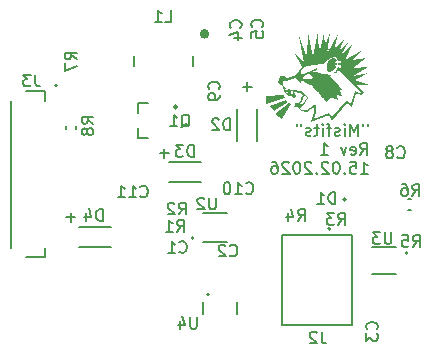
<source format=gbo>
%TF.GenerationSoftware,KiCad,Pcbnew,9.0.7*%
%TF.CreationDate,2026-02-16T08:00:12+01:00*%
%TF.ProjectId,misfits,6d697366-6974-4732-9e6b-696361645f70,1*%
%TF.SameCoordinates,Original*%
%TF.FileFunction,Legend,Bot*%
%TF.FilePolarity,Positive*%
%FSLAX46Y46*%
G04 Gerber Fmt 4.6, Leading zero omitted, Abs format (unit mm)*
G04 Created by KiCad (PCBNEW 9.0.7) date 2026-02-16 08:00:12*
%MOMM*%
%LPD*%
G01*
G04 APERTURE LIST*
%ADD10C,0.000000*%
%ADD11C,0.200000*%
%ADD12C,0.127000*%
%ADD13C,0.400000*%
%ADD14C,0.152400*%
G04 APERTURE END LIST*
D10*
G36*
X159604005Y-83951194D02*
G01*
X160011939Y-82091282D01*
X160081547Y-83222737D01*
X160544593Y-82086761D01*
X160275178Y-83896417D01*
X161178172Y-82199234D01*
X160836358Y-83500653D01*
X161832912Y-82477253D01*
X161209229Y-83802934D01*
X162135323Y-82765013D01*
X161466941Y-83968041D01*
X162457372Y-82956293D01*
X161834490Y-84334348D01*
X163130535Y-83607416D01*
X162508971Y-84401424D01*
X163585494Y-84202806D01*
X162451249Y-85045985D01*
X163781530Y-84958884D01*
X162466649Y-85731757D01*
X163704403Y-85505931D01*
X162652323Y-86057629D01*
X163811942Y-86461583D01*
X162720949Y-86522639D01*
X163400856Y-87114153D01*
X163222159Y-87357162D01*
X162723456Y-87158699D01*
X162416730Y-88356248D01*
X161968204Y-87989088D01*
X160679084Y-89506230D01*
X160407861Y-89040186D01*
X158934023Y-89637359D01*
X159186127Y-88742375D01*
X159159928Y-88353355D01*
X158919917Y-88566366D01*
X158545081Y-88748654D01*
X158045835Y-88711783D01*
X157781846Y-88382836D01*
X157506979Y-88321264D01*
X157543177Y-88166492D01*
X157608213Y-88166492D01*
X157815875Y-88210287D01*
X158298843Y-88027482D01*
X158612751Y-87553738D01*
X158406872Y-87334009D01*
X158239362Y-87632699D01*
X158165518Y-87898910D01*
X157798589Y-88182330D01*
X157608213Y-88166492D01*
X157543177Y-88166492D01*
X157586379Y-87981776D01*
X157806935Y-88022135D01*
X158081155Y-87788686D01*
X158073533Y-87585546D01*
X158249000Y-87307760D01*
X157970051Y-87130820D01*
X157516357Y-87073665D01*
X157510182Y-87111880D01*
X157687560Y-87437441D01*
X157437162Y-87578026D01*
X157146766Y-87297863D01*
X157014887Y-87437079D01*
X156625015Y-87103972D01*
X156518717Y-86613692D01*
X156143469Y-86333942D01*
X156147719Y-86312755D01*
X156530661Y-86312755D01*
X156562132Y-86477835D01*
X156710650Y-86656946D01*
X156842451Y-86794173D01*
X156733051Y-86761203D01*
X156801832Y-87062502D01*
X157062979Y-87305537D01*
X156908129Y-87021368D01*
X156924203Y-86916748D01*
X157182658Y-86916748D01*
X157251438Y-87218048D01*
X157512559Y-87461082D01*
X157357737Y-87176913D01*
X157388175Y-86978683D01*
X157182658Y-86916748D01*
X156924203Y-86916748D01*
X156935957Y-86840242D01*
X157416238Y-86925741D01*
X158061056Y-87009379D01*
X158434986Y-87253292D01*
X158658977Y-87602289D01*
X158420956Y-88038929D01*
X158020101Y-88448464D01*
X158179498Y-88575873D01*
X158551981Y-88589205D01*
X158845814Y-88434744D01*
X159145512Y-88210443D01*
X159318008Y-88224447D01*
X159368935Y-88773922D01*
X159199824Y-89409335D01*
X160464837Y-88866913D01*
X160701540Y-89227383D01*
X161967586Y-87786747D01*
X162342473Y-88090707D01*
X162627649Y-87006510D01*
X163204616Y-87218384D01*
X161727575Y-85629954D01*
X161217683Y-85255971D01*
X161132598Y-85470428D01*
X160649949Y-85512598D01*
X161035601Y-85361158D01*
X161115829Y-85154530D01*
X161115855Y-85154556D01*
X161194274Y-84952552D01*
X161445705Y-85012264D01*
X161494410Y-84789203D01*
X161198304Y-84774759D01*
X161200008Y-84640943D01*
X161494408Y-84647506D01*
X161448623Y-84443798D01*
X161191740Y-84486767D01*
X161129574Y-84249236D01*
X160965061Y-84131155D01*
X160635064Y-84195107D01*
X160190000Y-84450000D01*
X159961925Y-84710967D01*
X159066631Y-84776777D01*
X158367345Y-85000458D01*
X158111263Y-85291629D01*
X158044859Y-85515207D01*
X158141055Y-85597864D01*
X158178623Y-85611920D01*
X159406817Y-85082055D01*
X159468233Y-85202436D01*
X158958213Y-85416556D01*
X159624064Y-85352633D01*
X159435393Y-85503631D01*
X160662424Y-85673311D01*
X160475898Y-85733436D01*
X161138906Y-86326087D01*
X161582160Y-86931554D01*
X161362794Y-86945946D01*
X161549062Y-87399252D01*
X161134721Y-87350780D01*
X161171358Y-87771632D01*
X160606071Y-87476947D01*
X160229118Y-87906766D01*
X159853378Y-87429999D01*
X159809194Y-87588981D01*
X159472109Y-86972249D01*
X159387954Y-87077592D01*
X158817524Y-86324330D01*
X158822459Y-86530804D01*
X158050697Y-86090365D01*
X158099583Y-86348050D01*
X157597184Y-85871283D01*
X157525639Y-85879680D01*
X156768011Y-86122276D01*
X156563217Y-86185140D01*
X156530661Y-86312755D01*
X156147719Y-86312755D01*
X156260594Y-85750153D01*
X156737179Y-85743564D01*
X156859059Y-85881695D01*
X156925935Y-85862032D01*
X158130949Y-85862032D01*
X158392818Y-85998794D01*
X158737681Y-86009878D01*
X159131791Y-85860017D01*
X159021900Y-85716253D01*
X158761217Y-85530993D01*
X158370133Y-85645095D01*
X158130949Y-85862032D01*
X156925935Y-85862032D01*
X157619761Y-85658039D01*
X157897677Y-85266642D01*
X158163578Y-84961777D01*
X157469229Y-83683715D01*
X158283933Y-84598414D01*
X157915997Y-82339379D01*
X158606316Y-84180920D01*
X158631353Y-82086759D01*
X159090034Y-84160043D01*
X159487684Y-82010768D01*
X159604005Y-83951194D01*
G37*
G36*
X157228726Y-88093652D02*
G01*
X156421205Y-89409334D01*
X155907644Y-88927504D01*
X157045533Y-87981877D01*
X157228726Y-88093652D01*
G37*
G36*
X156733047Y-87551825D02*
G01*
X155146116Y-88093652D01*
X155082219Y-87461082D01*
X156645533Y-87326439D01*
X156733047Y-87551825D01*
G37*
G36*
X156934945Y-87925162D02*
G01*
X155743519Y-88683824D01*
X155415632Y-88289223D01*
X156779684Y-87772148D01*
X156934945Y-87925162D01*
G37*
G36*
X160973437Y-84216216D02*
G01*
X161132600Y-84452791D01*
X161129679Y-84497155D01*
X160976122Y-84522838D01*
X160974702Y-84635906D01*
X161120351Y-84639161D01*
X161111721Y-84770549D01*
X160974702Y-84763857D01*
X160974702Y-84900412D01*
X161097459Y-84929557D01*
X160965658Y-85071125D01*
X160829749Y-85217111D01*
X160516486Y-85369246D01*
X160253995Y-85270001D01*
X160276139Y-84918834D01*
X160304328Y-84802743D01*
X160363471Y-84559011D01*
X160481577Y-84355638D01*
X160481603Y-84355638D01*
X160762568Y-84209161D01*
X160973437Y-84216216D01*
G37*
D11*
X163717945Y-89787331D02*
X163717945Y-89977807D01*
X163336993Y-89787331D02*
X163336993Y-89977807D01*
X162908421Y-90787331D02*
X162908421Y-89787331D01*
X162908421Y-89787331D02*
X162575088Y-90501616D01*
X162575088Y-90501616D02*
X162241755Y-89787331D01*
X162241755Y-89787331D02*
X162241755Y-90787331D01*
X161765564Y-90787331D02*
X161765564Y-90120664D01*
X161765564Y-89787331D02*
X161813183Y-89834950D01*
X161813183Y-89834950D02*
X161765564Y-89882569D01*
X161765564Y-89882569D02*
X161717945Y-89834950D01*
X161717945Y-89834950D02*
X161765564Y-89787331D01*
X161765564Y-89787331D02*
X161765564Y-89882569D01*
X161336993Y-90739712D02*
X161241755Y-90787331D01*
X161241755Y-90787331D02*
X161051279Y-90787331D01*
X161051279Y-90787331D02*
X160956041Y-90739712D01*
X160956041Y-90739712D02*
X160908422Y-90644473D01*
X160908422Y-90644473D02*
X160908422Y-90596854D01*
X160908422Y-90596854D02*
X160956041Y-90501616D01*
X160956041Y-90501616D02*
X161051279Y-90453997D01*
X161051279Y-90453997D02*
X161194136Y-90453997D01*
X161194136Y-90453997D02*
X161289374Y-90406378D01*
X161289374Y-90406378D02*
X161336993Y-90311140D01*
X161336993Y-90311140D02*
X161336993Y-90263521D01*
X161336993Y-90263521D02*
X161289374Y-90168283D01*
X161289374Y-90168283D02*
X161194136Y-90120664D01*
X161194136Y-90120664D02*
X161051279Y-90120664D01*
X161051279Y-90120664D02*
X160956041Y-90168283D01*
X160622707Y-90120664D02*
X160241755Y-90120664D01*
X160479850Y-90787331D02*
X160479850Y-89930188D01*
X160479850Y-89930188D02*
X160432231Y-89834950D01*
X160432231Y-89834950D02*
X160336993Y-89787331D01*
X160336993Y-89787331D02*
X160241755Y-89787331D01*
X159908421Y-90787331D02*
X159908421Y-90120664D01*
X159908421Y-89787331D02*
X159956040Y-89834950D01*
X159956040Y-89834950D02*
X159908421Y-89882569D01*
X159908421Y-89882569D02*
X159860802Y-89834950D01*
X159860802Y-89834950D02*
X159908421Y-89787331D01*
X159908421Y-89787331D02*
X159908421Y-89882569D01*
X159575088Y-90120664D02*
X159194136Y-90120664D01*
X159432231Y-89787331D02*
X159432231Y-90644473D01*
X159432231Y-90644473D02*
X159384612Y-90739712D01*
X159384612Y-90739712D02*
X159289374Y-90787331D01*
X159289374Y-90787331D02*
X159194136Y-90787331D01*
X158908421Y-90739712D02*
X158813183Y-90787331D01*
X158813183Y-90787331D02*
X158622707Y-90787331D01*
X158622707Y-90787331D02*
X158527469Y-90739712D01*
X158527469Y-90739712D02*
X158479850Y-90644473D01*
X158479850Y-90644473D02*
X158479850Y-90596854D01*
X158479850Y-90596854D02*
X158527469Y-90501616D01*
X158527469Y-90501616D02*
X158622707Y-90453997D01*
X158622707Y-90453997D02*
X158765564Y-90453997D01*
X158765564Y-90453997D02*
X158860802Y-90406378D01*
X158860802Y-90406378D02*
X158908421Y-90311140D01*
X158908421Y-90311140D02*
X158908421Y-90263521D01*
X158908421Y-90263521D02*
X158860802Y-90168283D01*
X158860802Y-90168283D02*
X158765564Y-90120664D01*
X158765564Y-90120664D02*
X158622707Y-90120664D01*
X158622707Y-90120664D02*
X158527469Y-90168283D01*
X158098897Y-89787331D02*
X158098897Y-89977807D01*
X157717945Y-89787331D02*
X157717945Y-89977807D01*
X163098898Y-92397275D02*
X163432231Y-91921084D01*
X163670326Y-92397275D02*
X163670326Y-91397275D01*
X163670326Y-91397275D02*
X163289374Y-91397275D01*
X163289374Y-91397275D02*
X163194136Y-91444894D01*
X163194136Y-91444894D02*
X163146517Y-91492513D01*
X163146517Y-91492513D02*
X163098898Y-91587751D01*
X163098898Y-91587751D02*
X163098898Y-91730608D01*
X163098898Y-91730608D02*
X163146517Y-91825846D01*
X163146517Y-91825846D02*
X163194136Y-91873465D01*
X163194136Y-91873465D02*
X163289374Y-91921084D01*
X163289374Y-91921084D02*
X163670326Y-91921084D01*
X162289374Y-92349656D02*
X162384612Y-92397275D01*
X162384612Y-92397275D02*
X162575088Y-92397275D01*
X162575088Y-92397275D02*
X162670326Y-92349656D01*
X162670326Y-92349656D02*
X162717945Y-92254417D01*
X162717945Y-92254417D02*
X162717945Y-91873465D01*
X162717945Y-91873465D02*
X162670326Y-91778227D01*
X162670326Y-91778227D02*
X162575088Y-91730608D01*
X162575088Y-91730608D02*
X162384612Y-91730608D01*
X162384612Y-91730608D02*
X162289374Y-91778227D01*
X162289374Y-91778227D02*
X162241755Y-91873465D01*
X162241755Y-91873465D02*
X162241755Y-91968703D01*
X162241755Y-91968703D02*
X162717945Y-92063941D01*
X161908421Y-91730608D02*
X161670326Y-92397275D01*
X161670326Y-92397275D02*
X161432231Y-91730608D01*
X159765564Y-92397275D02*
X160336992Y-92397275D01*
X160051278Y-92397275D02*
X160051278Y-91397275D01*
X160051278Y-91397275D02*
X160146516Y-91540132D01*
X160146516Y-91540132D02*
X160241754Y-91635370D01*
X160241754Y-91635370D02*
X160336992Y-91682989D01*
X163146517Y-94007219D02*
X163717945Y-94007219D01*
X163432231Y-94007219D02*
X163432231Y-93007219D01*
X163432231Y-93007219D02*
X163527469Y-93150076D01*
X163527469Y-93150076D02*
X163622707Y-93245314D01*
X163622707Y-93245314D02*
X163717945Y-93292933D01*
X162241755Y-93007219D02*
X162717945Y-93007219D01*
X162717945Y-93007219D02*
X162765564Y-93483409D01*
X162765564Y-93483409D02*
X162717945Y-93435790D01*
X162717945Y-93435790D02*
X162622707Y-93388171D01*
X162622707Y-93388171D02*
X162384612Y-93388171D01*
X162384612Y-93388171D02*
X162289374Y-93435790D01*
X162289374Y-93435790D02*
X162241755Y-93483409D01*
X162241755Y-93483409D02*
X162194136Y-93578647D01*
X162194136Y-93578647D02*
X162194136Y-93816742D01*
X162194136Y-93816742D02*
X162241755Y-93911980D01*
X162241755Y-93911980D02*
X162289374Y-93959600D01*
X162289374Y-93959600D02*
X162384612Y-94007219D01*
X162384612Y-94007219D02*
X162622707Y-94007219D01*
X162622707Y-94007219D02*
X162717945Y-93959600D01*
X162717945Y-93959600D02*
X162765564Y-93911980D01*
X161765564Y-93911980D02*
X161717945Y-93959600D01*
X161717945Y-93959600D02*
X161765564Y-94007219D01*
X161765564Y-94007219D02*
X161813183Y-93959600D01*
X161813183Y-93959600D02*
X161765564Y-93911980D01*
X161765564Y-93911980D02*
X161765564Y-94007219D01*
X161098898Y-93007219D02*
X161003660Y-93007219D01*
X161003660Y-93007219D02*
X160908422Y-93054838D01*
X160908422Y-93054838D02*
X160860803Y-93102457D01*
X160860803Y-93102457D02*
X160813184Y-93197695D01*
X160813184Y-93197695D02*
X160765565Y-93388171D01*
X160765565Y-93388171D02*
X160765565Y-93626266D01*
X160765565Y-93626266D02*
X160813184Y-93816742D01*
X160813184Y-93816742D02*
X160860803Y-93911980D01*
X160860803Y-93911980D02*
X160908422Y-93959600D01*
X160908422Y-93959600D02*
X161003660Y-94007219D01*
X161003660Y-94007219D02*
X161098898Y-94007219D01*
X161098898Y-94007219D02*
X161194136Y-93959600D01*
X161194136Y-93959600D02*
X161241755Y-93911980D01*
X161241755Y-93911980D02*
X161289374Y-93816742D01*
X161289374Y-93816742D02*
X161336993Y-93626266D01*
X161336993Y-93626266D02*
X161336993Y-93388171D01*
X161336993Y-93388171D02*
X161289374Y-93197695D01*
X161289374Y-93197695D02*
X161241755Y-93102457D01*
X161241755Y-93102457D02*
X161194136Y-93054838D01*
X161194136Y-93054838D02*
X161098898Y-93007219D01*
X160384612Y-93102457D02*
X160336993Y-93054838D01*
X160336993Y-93054838D02*
X160241755Y-93007219D01*
X160241755Y-93007219D02*
X160003660Y-93007219D01*
X160003660Y-93007219D02*
X159908422Y-93054838D01*
X159908422Y-93054838D02*
X159860803Y-93102457D01*
X159860803Y-93102457D02*
X159813184Y-93197695D01*
X159813184Y-93197695D02*
X159813184Y-93292933D01*
X159813184Y-93292933D02*
X159860803Y-93435790D01*
X159860803Y-93435790D02*
X160432231Y-94007219D01*
X160432231Y-94007219D02*
X159813184Y-94007219D01*
X159384612Y-93911980D02*
X159336993Y-93959600D01*
X159336993Y-93959600D02*
X159384612Y-94007219D01*
X159384612Y-94007219D02*
X159432231Y-93959600D01*
X159432231Y-93959600D02*
X159384612Y-93911980D01*
X159384612Y-93911980D02*
X159384612Y-94007219D01*
X158956041Y-93102457D02*
X158908422Y-93054838D01*
X158908422Y-93054838D02*
X158813184Y-93007219D01*
X158813184Y-93007219D02*
X158575089Y-93007219D01*
X158575089Y-93007219D02*
X158479851Y-93054838D01*
X158479851Y-93054838D02*
X158432232Y-93102457D01*
X158432232Y-93102457D02*
X158384613Y-93197695D01*
X158384613Y-93197695D02*
X158384613Y-93292933D01*
X158384613Y-93292933D02*
X158432232Y-93435790D01*
X158432232Y-93435790D02*
X159003660Y-94007219D01*
X159003660Y-94007219D02*
X158384613Y-94007219D01*
X157765565Y-93007219D02*
X157670327Y-93007219D01*
X157670327Y-93007219D02*
X157575089Y-93054838D01*
X157575089Y-93054838D02*
X157527470Y-93102457D01*
X157527470Y-93102457D02*
X157479851Y-93197695D01*
X157479851Y-93197695D02*
X157432232Y-93388171D01*
X157432232Y-93388171D02*
X157432232Y-93626266D01*
X157432232Y-93626266D02*
X157479851Y-93816742D01*
X157479851Y-93816742D02*
X157527470Y-93911980D01*
X157527470Y-93911980D02*
X157575089Y-93959600D01*
X157575089Y-93959600D02*
X157670327Y-94007219D01*
X157670327Y-94007219D02*
X157765565Y-94007219D01*
X157765565Y-94007219D02*
X157860803Y-93959600D01*
X157860803Y-93959600D02*
X157908422Y-93911980D01*
X157908422Y-93911980D02*
X157956041Y-93816742D01*
X157956041Y-93816742D02*
X158003660Y-93626266D01*
X158003660Y-93626266D02*
X158003660Y-93388171D01*
X158003660Y-93388171D02*
X157956041Y-93197695D01*
X157956041Y-93197695D02*
X157908422Y-93102457D01*
X157908422Y-93102457D02*
X157860803Y-93054838D01*
X157860803Y-93054838D02*
X157765565Y-93007219D01*
X157051279Y-93102457D02*
X157003660Y-93054838D01*
X157003660Y-93054838D02*
X156908422Y-93007219D01*
X156908422Y-93007219D02*
X156670327Y-93007219D01*
X156670327Y-93007219D02*
X156575089Y-93054838D01*
X156575089Y-93054838D02*
X156527470Y-93102457D01*
X156527470Y-93102457D02*
X156479851Y-93197695D01*
X156479851Y-93197695D02*
X156479851Y-93292933D01*
X156479851Y-93292933D02*
X156527470Y-93435790D01*
X156527470Y-93435790D02*
X157098898Y-94007219D01*
X157098898Y-94007219D02*
X156479851Y-94007219D01*
X155622708Y-93007219D02*
X155813184Y-93007219D01*
X155813184Y-93007219D02*
X155908422Y-93054838D01*
X155908422Y-93054838D02*
X155956041Y-93102457D01*
X155956041Y-93102457D02*
X156051279Y-93245314D01*
X156051279Y-93245314D02*
X156098898Y-93435790D01*
X156098898Y-93435790D02*
X156098898Y-93816742D01*
X156098898Y-93816742D02*
X156051279Y-93911980D01*
X156051279Y-93911980D02*
X156003660Y-93959600D01*
X156003660Y-93959600D02*
X155908422Y-94007219D01*
X155908422Y-94007219D02*
X155717946Y-94007219D01*
X155717946Y-94007219D02*
X155622708Y-93959600D01*
X155622708Y-93959600D02*
X155575089Y-93911980D01*
X155575089Y-93911980D02*
X155527470Y-93816742D01*
X155527470Y-93816742D02*
X155527470Y-93578647D01*
X155527470Y-93578647D02*
X155575089Y-93483409D01*
X155575089Y-93483409D02*
X155622708Y-93435790D01*
X155622708Y-93435790D02*
X155717946Y-93388171D01*
X155717946Y-93388171D02*
X155908422Y-93388171D01*
X155908422Y-93388171D02*
X156003660Y-93435790D01*
X156003660Y-93435790D02*
X156051279Y-93483409D01*
X156051279Y-93483409D02*
X156098898Y-93578647D01*
X157816666Y-98002219D02*
X158149999Y-97526028D01*
X158388094Y-98002219D02*
X158388094Y-97002219D01*
X158388094Y-97002219D02*
X158007142Y-97002219D01*
X158007142Y-97002219D02*
X157911904Y-97049838D01*
X157911904Y-97049838D02*
X157864285Y-97097457D01*
X157864285Y-97097457D02*
X157816666Y-97192695D01*
X157816666Y-97192695D02*
X157816666Y-97335552D01*
X157816666Y-97335552D02*
X157864285Y-97430790D01*
X157864285Y-97430790D02*
X157911904Y-97478409D01*
X157911904Y-97478409D02*
X158007142Y-97526028D01*
X158007142Y-97526028D02*
X158388094Y-97526028D01*
X156959523Y-97335552D02*
X156959523Y-98002219D01*
X157197618Y-96954600D02*
X157435713Y-97668885D01*
X157435713Y-97668885D02*
X156816666Y-97668885D01*
X154766980Y-81573333D02*
X154814600Y-81525714D01*
X154814600Y-81525714D02*
X154862219Y-81382857D01*
X154862219Y-81382857D02*
X154862219Y-81287619D01*
X154862219Y-81287619D02*
X154814600Y-81144762D01*
X154814600Y-81144762D02*
X154719361Y-81049524D01*
X154719361Y-81049524D02*
X154624123Y-81001905D01*
X154624123Y-81001905D02*
X154433647Y-80954286D01*
X154433647Y-80954286D02*
X154290790Y-80954286D01*
X154290790Y-80954286D02*
X154100314Y-81001905D01*
X154100314Y-81001905D02*
X154005076Y-81049524D01*
X154005076Y-81049524D02*
X153909838Y-81144762D01*
X153909838Y-81144762D02*
X153862219Y-81287619D01*
X153862219Y-81287619D02*
X153862219Y-81382857D01*
X153862219Y-81382857D02*
X153909838Y-81525714D01*
X153909838Y-81525714D02*
X153957457Y-81573333D01*
X153862219Y-82478095D02*
X153862219Y-82001905D01*
X153862219Y-82001905D02*
X154338409Y-81954286D01*
X154338409Y-81954286D02*
X154290790Y-82001905D01*
X154290790Y-82001905D02*
X154243171Y-82097143D01*
X154243171Y-82097143D02*
X154243171Y-82335238D01*
X154243171Y-82335238D02*
X154290790Y-82430476D01*
X154290790Y-82430476D02*
X154338409Y-82478095D01*
X154338409Y-82478095D02*
X154433647Y-82525714D01*
X154433647Y-82525714D02*
X154671742Y-82525714D01*
X154671742Y-82525714D02*
X154766980Y-82478095D01*
X154766980Y-82478095D02*
X154814600Y-82430476D01*
X154814600Y-82430476D02*
X154862219Y-82335238D01*
X154862219Y-82335238D02*
X154862219Y-82097143D01*
X154862219Y-82097143D02*
X154814600Y-82001905D01*
X154814600Y-82001905D02*
X154766980Y-81954286D01*
X148998094Y-92562219D02*
X148998094Y-91562219D01*
X148998094Y-91562219D02*
X148759999Y-91562219D01*
X148759999Y-91562219D02*
X148617142Y-91609838D01*
X148617142Y-91609838D02*
X148521904Y-91705076D01*
X148521904Y-91705076D02*
X148474285Y-91800314D01*
X148474285Y-91800314D02*
X148426666Y-91990790D01*
X148426666Y-91990790D02*
X148426666Y-92133647D01*
X148426666Y-92133647D02*
X148474285Y-92324123D01*
X148474285Y-92324123D02*
X148521904Y-92419361D01*
X148521904Y-92419361D02*
X148617142Y-92514600D01*
X148617142Y-92514600D02*
X148759999Y-92562219D01*
X148759999Y-92562219D02*
X148998094Y-92562219D01*
X148093332Y-91562219D02*
X147474285Y-91562219D01*
X147474285Y-91562219D02*
X147807618Y-91943171D01*
X147807618Y-91943171D02*
X147664761Y-91943171D01*
X147664761Y-91943171D02*
X147569523Y-91990790D01*
X147569523Y-91990790D02*
X147521904Y-92038409D01*
X147521904Y-92038409D02*
X147474285Y-92133647D01*
X147474285Y-92133647D02*
X147474285Y-92371742D01*
X147474285Y-92371742D02*
X147521904Y-92466980D01*
X147521904Y-92466980D02*
X147569523Y-92514600D01*
X147569523Y-92514600D02*
X147664761Y-92562219D01*
X147664761Y-92562219D02*
X147950475Y-92562219D01*
X147950475Y-92562219D02*
X148045713Y-92514600D01*
X148045713Y-92514600D02*
X148093332Y-92466980D01*
X146860951Y-92271266D02*
X146099047Y-92271266D01*
X146479999Y-92652219D02*
X146479999Y-91890314D01*
X166236666Y-92596980D02*
X166284285Y-92644600D01*
X166284285Y-92644600D02*
X166427142Y-92692219D01*
X166427142Y-92692219D02*
X166522380Y-92692219D01*
X166522380Y-92692219D02*
X166665237Y-92644600D01*
X166665237Y-92644600D02*
X166760475Y-92549361D01*
X166760475Y-92549361D02*
X166808094Y-92454123D01*
X166808094Y-92454123D02*
X166855713Y-92263647D01*
X166855713Y-92263647D02*
X166855713Y-92120790D01*
X166855713Y-92120790D02*
X166808094Y-91930314D01*
X166808094Y-91930314D02*
X166760475Y-91835076D01*
X166760475Y-91835076D02*
X166665237Y-91739838D01*
X166665237Y-91739838D02*
X166522380Y-91692219D01*
X166522380Y-91692219D02*
X166427142Y-91692219D01*
X166427142Y-91692219D02*
X166284285Y-91739838D01*
X166284285Y-91739838D02*
X166236666Y-91787457D01*
X165665237Y-92120790D02*
X165760475Y-92073171D01*
X165760475Y-92073171D02*
X165808094Y-92025552D01*
X165808094Y-92025552D02*
X165855713Y-91930314D01*
X165855713Y-91930314D02*
X165855713Y-91882695D01*
X165855713Y-91882695D02*
X165808094Y-91787457D01*
X165808094Y-91787457D02*
X165760475Y-91739838D01*
X165760475Y-91739838D02*
X165665237Y-91692219D01*
X165665237Y-91692219D02*
X165474761Y-91692219D01*
X165474761Y-91692219D02*
X165379523Y-91739838D01*
X165379523Y-91739838D02*
X165331904Y-91787457D01*
X165331904Y-91787457D02*
X165284285Y-91882695D01*
X165284285Y-91882695D02*
X165284285Y-91930314D01*
X165284285Y-91930314D02*
X165331904Y-92025552D01*
X165331904Y-92025552D02*
X165379523Y-92073171D01*
X165379523Y-92073171D02*
X165474761Y-92120790D01*
X165474761Y-92120790D02*
X165665237Y-92120790D01*
X165665237Y-92120790D02*
X165760475Y-92168409D01*
X165760475Y-92168409D02*
X165808094Y-92216028D01*
X165808094Y-92216028D02*
X165855713Y-92311266D01*
X165855713Y-92311266D02*
X165855713Y-92501742D01*
X165855713Y-92501742D02*
X165808094Y-92596980D01*
X165808094Y-92596980D02*
X165760475Y-92644600D01*
X165760475Y-92644600D02*
X165665237Y-92692219D01*
X165665237Y-92692219D02*
X165474761Y-92692219D01*
X165474761Y-92692219D02*
X165379523Y-92644600D01*
X165379523Y-92644600D02*
X165331904Y-92596980D01*
X165331904Y-92596980D02*
X165284285Y-92501742D01*
X165284285Y-92501742D02*
X165284285Y-92311266D01*
X165284285Y-92311266D02*
X165331904Y-92216028D01*
X165331904Y-92216028D02*
X165379523Y-92168409D01*
X165379523Y-92168409D02*
X165474761Y-92120790D01*
X152046666Y-100916980D02*
X152094285Y-100964600D01*
X152094285Y-100964600D02*
X152237142Y-101012219D01*
X152237142Y-101012219D02*
X152332380Y-101012219D01*
X152332380Y-101012219D02*
X152475237Y-100964600D01*
X152475237Y-100964600D02*
X152570475Y-100869361D01*
X152570475Y-100869361D02*
X152618094Y-100774123D01*
X152618094Y-100774123D02*
X152665713Y-100583647D01*
X152665713Y-100583647D02*
X152665713Y-100440790D01*
X152665713Y-100440790D02*
X152618094Y-100250314D01*
X152618094Y-100250314D02*
X152570475Y-100155076D01*
X152570475Y-100155076D02*
X152475237Y-100059838D01*
X152475237Y-100059838D02*
X152332380Y-100012219D01*
X152332380Y-100012219D02*
X152237142Y-100012219D01*
X152237142Y-100012219D02*
X152094285Y-100059838D01*
X152094285Y-100059838D02*
X152046666Y-100107457D01*
X151665713Y-100107457D02*
X151618094Y-100059838D01*
X151618094Y-100059838D02*
X151522856Y-100012219D01*
X151522856Y-100012219D02*
X151284761Y-100012219D01*
X151284761Y-100012219D02*
X151189523Y-100059838D01*
X151189523Y-100059838D02*
X151141904Y-100107457D01*
X151141904Y-100107457D02*
X151094285Y-100202695D01*
X151094285Y-100202695D02*
X151094285Y-100297933D01*
X151094285Y-100297933D02*
X151141904Y-100440790D01*
X151141904Y-100440790D02*
X151713332Y-101012219D01*
X151713332Y-101012219D02*
X151094285Y-101012219D01*
X164476980Y-107173333D02*
X164524600Y-107125714D01*
X164524600Y-107125714D02*
X164572219Y-106982857D01*
X164572219Y-106982857D02*
X164572219Y-106887619D01*
X164572219Y-106887619D02*
X164524600Y-106744762D01*
X164524600Y-106744762D02*
X164429361Y-106649524D01*
X164429361Y-106649524D02*
X164334123Y-106601905D01*
X164334123Y-106601905D02*
X164143647Y-106554286D01*
X164143647Y-106554286D02*
X164000790Y-106554286D01*
X164000790Y-106554286D02*
X163810314Y-106601905D01*
X163810314Y-106601905D02*
X163715076Y-106649524D01*
X163715076Y-106649524D02*
X163619838Y-106744762D01*
X163619838Y-106744762D02*
X163572219Y-106887619D01*
X163572219Y-106887619D02*
X163572219Y-106982857D01*
X163572219Y-106982857D02*
X163619838Y-107125714D01*
X163619838Y-107125714D02*
X163667457Y-107173333D01*
X163572219Y-107506667D02*
X163572219Y-108125714D01*
X163572219Y-108125714D02*
X163953171Y-107792381D01*
X163953171Y-107792381D02*
X163953171Y-107935238D01*
X163953171Y-107935238D02*
X164000790Y-108030476D01*
X164000790Y-108030476D02*
X164048409Y-108078095D01*
X164048409Y-108078095D02*
X164143647Y-108125714D01*
X164143647Y-108125714D02*
X164381742Y-108125714D01*
X164381742Y-108125714D02*
X164476980Y-108078095D01*
X164476980Y-108078095D02*
X164524600Y-108030476D01*
X164524600Y-108030476D02*
X164572219Y-107935238D01*
X164572219Y-107935238D02*
X164572219Y-107649524D01*
X164572219Y-107649524D02*
X164524600Y-107554286D01*
X164524600Y-107554286D02*
X164476980Y-107506667D01*
X146566666Y-81132219D02*
X147042856Y-81132219D01*
X147042856Y-81132219D02*
X147042856Y-80132219D01*
X145709523Y-81132219D02*
X146280951Y-81132219D01*
X145995237Y-81132219D02*
X145995237Y-80132219D01*
X145995237Y-80132219D02*
X146090475Y-80275076D01*
X146090475Y-80275076D02*
X146185713Y-80370314D01*
X146185713Y-80370314D02*
X146280951Y-80417933D01*
X135563333Y-85612219D02*
X135563333Y-86326504D01*
X135563333Y-86326504D02*
X135610952Y-86469361D01*
X135610952Y-86469361D02*
X135706190Y-86564600D01*
X135706190Y-86564600D02*
X135849047Y-86612219D01*
X135849047Y-86612219D02*
X135944285Y-86612219D01*
X135182380Y-85612219D02*
X134563333Y-85612219D01*
X134563333Y-85612219D02*
X134896666Y-85993171D01*
X134896666Y-85993171D02*
X134753809Y-85993171D01*
X134753809Y-85993171D02*
X134658571Y-86040790D01*
X134658571Y-86040790D02*
X134610952Y-86088409D01*
X134610952Y-86088409D02*
X134563333Y-86183647D01*
X134563333Y-86183647D02*
X134563333Y-86421742D01*
X134563333Y-86421742D02*
X134610952Y-86516980D01*
X134610952Y-86516980D02*
X134658571Y-86564600D01*
X134658571Y-86564600D02*
X134753809Y-86612219D01*
X134753809Y-86612219D02*
X135039523Y-86612219D01*
X135039523Y-86612219D02*
X135134761Y-86564600D01*
X135134761Y-86564600D02*
X135182380Y-86516980D01*
X149261904Y-106122219D02*
X149261904Y-106931742D01*
X149261904Y-106931742D02*
X149214285Y-107026980D01*
X149214285Y-107026980D02*
X149166666Y-107074600D01*
X149166666Y-107074600D02*
X149071428Y-107122219D01*
X149071428Y-107122219D02*
X148880952Y-107122219D01*
X148880952Y-107122219D02*
X148785714Y-107074600D01*
X148785714Y-107074600D02*
X148738095Y-107026980D01*
X148738095Y-107026980D02*
X148690476Y-106931742D01*
X148690476Y-106931742D02*
X148690476Y-106122219D01*
X147785714Y-106455552D02*
X147785714Y-107122219D01*
X148023809Y-106074600D02*
X148261904Y-106788885D01*
X148261904Y-106788885D02*
X147642857Y-106788885D01*
X151116980Y-86823333D02*
X151164600Y-86775714D01*
X151164600Y-86775714D02*
X151212219Y-86632857D01*
X151212219Y-86632857D02*
X151212219Y-86537619D01*
X151212219Y-86537619D02*
X151164600Y-86394762D01*
X151164600Y-86394762D02*
X151069361Y-86299524D01*
X151069361Y-86299524D02*
X150974123Y-86251905D01*
X150974123Y-86251905D02*
X150783647Y-86204286D01*
X150783647Y-86204286D02*
X150640790Y-86204286D01*
X150640790Y-86204286D02*
X150450314Y-86251905D01*
X150450314Y-86251905D02*
X150355076Y-86299524D01*
X150355076Y-86299524D02*
X150259838Y-86394762D01*
X150259838Y-86394762D02*
X150212219Y-86537619D01*
X150212219Y-86537619D02*
X150212219Y-86632857D01*
X150212219Y-86632857D02*
X150259838Y-86775714D01*
X150259838Y-86775714D02*
X150307457Y-86823333D01*
X151212219Y-87299524D02*
X151212219Y-87490000D01*
X151212219Y-87490000D02*
X151164600Y-87585238D01*
X151164600Y-87585238D02*
X151116980Y-87632857D01*
X151116980Y-87632857D02*
X150974123Y-87728095D01*
X150974123Y-87728095D02*
X150783647Y-87775714D01*
X150783647Y-87775714D02*
X150402695Y-87775714D01*
X150402695Y-87775714D02*
X150307457Y-87728095D01*
X150307457Y-87728095D02*
X150259838Y-87680476D01*
X150259838Y-87680476D02*
X150212219Y-87585238D01*
X150212219Y-87585238D02*
X150212219Y-87394762D01*
X150212219Y-87394762D02*
X150259838Y-87299524D01*
X150259838Y-87299524D02*
X150307457Y-87251905D01*
X150307457Y-87251905D02*
X150402695Y-87204286D01*
X150402695Y-87204286D02*
X150640790Y-87204286D01*
X150640790Y-87204286D02*
X150736028Y-87251905D01*
X150736028Y-87251905D02*
X150783647Y-87299524D01*
X150783647Y-87299524D02*
X150831266Y-87394762D01*
X150831266Y-87394762D02*
X150831266Y-87585238D01*
X150831266Y-87585238D02*
X150783647Y-87680476D01*
X150783647Y-87680476D02*
X150736028Y-87728095D01*
X150736028Y-87728095D02*
X150640790Y-87775714D01*
X140492219Y-89753333D02*
X140016028Y-89420000D01*
X140492219Y-89181905D02*
X139492219Y-89181905D01*
X139492219Y-89181905D02*
X139492219Y-89562857D01*
X139492219Y-89562857D02*
X139539838Y-89658095D01*
X139539838Y-89658095D02*
X139587457Y-89705714D01*
X139587457Y-89705714D02*
X139682695Y-89753333D01*
X139682695Y-89753333D02*
X139825552Y-89753333D01*
X139825552Y-89753333D02*
X139920790Y-89705714D01*
X139920790Y-89705714D02*
X139968409Y-89658095D01*
X139968409Y-89658095D02*
X140016028Y-89562857D01*
X140016028Y-89562857D02*
X140016028Y-89181905D01*
X139920790Y-90324762D02*
X139873171Y-90229524D01*
X139873171Y-90229524D02*
X139825552Y-90181905D01*
X139825552Y-90181905D02*
X139730314Y-90134286D01*
X139730314Y-90134286D02*
X139682695Y-90134286D01*
X139682695Y-90134286D02*
X139587457Y-90181905D01*
X139587457Y-90181905D02*
X139539838Y-90229524D01*
X139539838Y-90229524D02*
X139492219Y-90324762D01*
X139492219Y-90324762D02*
X139492219Y-90515238D01*
X139492219Y-90515238D02*
X139539838Y-90610476D01*
X139539838Y-90610476D02*
X139587457Y-90658095D01*
X139587457Y-90658095D02*
X139682695Y-90705714D01*
X139682695Y-90705714D02*
X139730314Y-90705714D01*
X139730314Y-90705714D02*
X139825552Y-90658095D01*
X139825552Y-90658095D02*
X139873171Y-90610476D01*
X139873171Y-90610476D02*
X139920790Y-90515238D01*
X139920790Y-90515238D02*
X139920790Y-90324762D01*
X139920790Y-90324762D02*
X139968409Y-90229524D01*
X139968409Y-90229524D02*
X140016028Y-90181905D01*
X140016028Y-90181905D02*
X140111266Y-90134286D01*
X140111266Y-90134286D02*
X140301742Y-90134286D01*
X140301742Y-90134286D02*
X140396980Y-90181905D01*
X140396980Y-90181905D02*
X140444600Y-90229524D01*
X140444600Y-90229524D02*
X140492219Y-90324762D01*
X140492219Y-90324762D02*
X140492219Y-90515238D01*
X140492219Y-90515238D02*
X140444600Y-90610476D01*
X140444600Y-90610476D02*
X140396980Y-90658095D01*
X140396980Y-90658095D02*
X140301742Y-90705714D01*
X140301742Y-90705714D02*
X140111266Y-90705714D01*
X140111266Y-90705714D02*
X140016028Y-90658095D01*
X140016028Y-90658095D02*
X139968409Y-90610476D01*
X139968409Y-90610476D02*
X139920790Y-90515238D01*
X141278094Y-97992219D02*
X141278094Y-96992219D01*
X141278094Y-96992219D02*
X141039999Y-96992219D01*
X141039999Y-96992219D02*
X140897142Y-97039838D01*
X140897142Y-97039838D02*
X140801904Y-97135076D01*
X140801904Y-97135076D02*
X140754285Y-97230314D01*
X140754285Y-97230314D02*
X140706666Y-97420790D01*
X140706666Y-97420790D02*
X140706666Y-97563647D01*
X140706666Y-97563647D02*
X140754285Y-97754123D01*
X140754285Y-97754123D02*
X140801904Y-97849361D01*
X140801904Y-97849361D02*
X140897142Y-97944600D01*
X140897142Y-97944600D02*
X141039999Y-97992219D01*
X141039999Y-97992219D02*
X141278094Y-97992219D01*
X139849523Y-97325552D02*
X139849523Y-97992219D01*
X140087618Y-96944600D02*
X140325713Y-97658885D01*
X140325713Y-97658885D02*
X139706666Y-97658885D01*
X138970951Y-97671266D02*
X138209047Y-97671266D01*
X138589999Y-98052219D02*
X138589999Y-97290314D01*
X153422857Y-95636980D02*
X153470476Y-95684600D01*
X153470476Y-95684600D02*
X153613333Y-95732219D01*
X153613333Y-95732219D02*
X153708571Y-95732219D01*
X153708571Y-95732219D02*
X153851428Y-95684600D01*
X153851428Y-95684600D02*
X153946666Y-95589361D01*
X153946666Y-95589361D02*
X153994285Y-95494123D01*
X153994285Y-95494123D02*
X154041904Y-95303647D01*
X154041904Y-95303647D02*
X154041904Y-95160790D01*
X154041904Y-95160790D02*
X153994285Y-94970314D01*
X153994285Y-94970314D02*
X153946666Y-94875076D01*
X153946666Y-94875076D02*
X153851428Y-94779838D01*
X153851428Y-94779838D02*
X153708571Y-94732219D01*
X153708571Y-94732219D02*
X153613333Y-94732219D01*
X153613333Y-94732219D02*
X153470476Y-94779838D01*
X153470476Y-94779838D02*
X153422857Y-94827457D01*
X152470476Y-95732219D02*
X153041904Y-95732219D01*
X152756190Y-95732219D02*
X152756190Y-94732219D01*
X152756190Y-94732219D02*
X152851428Y-94875076D01*
X152851428Y-94875076D02*
X152946666Y-94970314D01*
X152946666Y-94970314D02*
X153041904Y-95017933D01*
X151851428Y-94732219D02*
X151756190Y-94732219D01*
X151756190Y-94732219D02*
X151660952Y-94779838D01*
X151660952Y-94779838D02*
X151613333Y-94827457D01*
X151613333Y-94827457D02*
X151565714Y-94922695D01*
X151565714Y-94922695D02*
X151518095Y-95113171D01*
X151518095Y-95113171D02*
X151518095Y-95351266D01*
X151518095Y-95351266D02*
X151565714Y-95541742D01*
X151565714Y-95541742D02*
X151613333Y-95636980D01*
X151613333Y-95636980D02*
X151660952Y-95684600D01*
X151660952Y-95684600D02*
X151756190Y-95732219D01*
X151756190Y-95732219D02*
X151851428Y-95732219D01*
X151851428Y-95732219D02*
X151946666Y-95684600D01*
X151946666Y-95684600D02*
X151994285Y-95636980D01*
X151994285Y-95636980D02*
X152041904Y-95541742D01*
X152041904Y-95541742D02*
X152089523Y-95351266D01*
X152089523Y-95351266D02*
X152089523Y-95113171D01*
X152089523Y-95113171D02*
X152041904Y-94922695D01*
X152041904Y-94922695D02*
X151994285Y-94827457D01*
X151994285Y-94827457D02*
X151946666Y-94779838D01*
X151946666Y-94779838D02*
X151851428Y-94732219D01*
X165731904Y-98942219D02*
X165731904Y-99751742D01*
X165731904Y-99751742D02*
X165684285Y-99846980D01*
X165684285Y-99846980D02*
X165636666Y-99894600D01*
X165636666Y-99894600D02*
X165541428Y-99942219D01*
X165541428Y-99942219D02*
X165350952Y-99942219D01*
X165350952Y-99942219D02*
X165255714Y-99894600D01*
X165255714Y-99894600D02*
X165208095Y-99846980D01*
X165208095Y-99846980D02*
X165160476Y-99751742D01*
X165160476Y-99751742D02*
X165160476Y-98942219D01*
X164779523Y-98942219D02*
X164160476Y-98942219D01*
X164160476Y-98942219D02*
X164493809Y-99323171D01*
X164493809Y-99323171D02*
X164350952Y-99323171D01*
X164350952Y-99323171D02*
X164255714Y-99370790D01*
X164255714Y-99370790D02*
X164208095Y-99418409D01*
X164208095Y-99418409D02*
X164160476Y-99513647D01*
X164160476Y-99513647D02*
X164160476Y-99751742D01*
X164160476Y-99751742D02*
X164208095Y-99846980D01*
X164208095Y-99846980D02*
X164255714Y-99894600D01*
X164255714Y-99894600D02*
X164350952Y-99942219D01*
X164350952Y-99942219D02*
X164636666Y-99942219D01*
X164636666Y-99942219D02*
X164731904Y-99894600D01*
X164731904Y-99894600D02*
X164779523Y-99846980D01*
X152068094Y-90322219D02*
X152068094Y-89322219D01*
X152068094Y-89322219D02*
X151829999Y-89322219D01*
X151829999Y-89322219D02*
X151687142Y-89369838D01*
X151687142Y-89369838D02*
X151591904Y-89465076D01*
X151591904Y-89465076D02*
X151544285Y-89560314D01*
X151544285Y-89560314D02*
X151496666Y-89750790D01*
X151496666Y-89750790D02*
X151496666Y-89893647D01*
X151496666Y-89893647D02*
X151544285Y-90084123D01*
X151544285Y-90084123D02*
X151591904Y-90179361D01*
X151591904Y-90179361D02*
X151687142Y-90274600D01*
X151687142Y-90274600D02*
X151829999Y-90322219D01*
X151829999Y-90322219D02*
X152068094Y-90322219D01*
X151115713Y-89417457D02*
X151068094Y-89369838D01*
X151068094Y-89369838D02*
X150972856Y-89322219D01*
X150972856Y-89322219D02*
X150734761Y-89322219D01*
X150734761Y-89322219D02*
X150639523Y-89369838D01*
X150639523Y-89369838D02*
X150591904Y-89417457D01*
X150591904Y-89417457D02*
X150544285Y-89512695D01*
X150544285Y-89512695D02*
X150544285Y-89607933D01*
X150544285Y-89607933D02*
X150591904Y-89750790D01*
X150591904Y-89750790D02*
X151163332Y-90322219D01*
X151163332Y-90322219D02*
X150544285Y-90322219D01*
X153541266Y-86259048D02*
X153541266Y-87020953D01*
X153922219Y-86640000D02*
X153160314Y-86640000D01*
X147776666Y-100616980D02*
X147824285Y-100664600D01*
X147824285Y-100664600D02*
X147967142Y-100712219D01*
X147967142Y-100712219D02*
X148062380Y-100712219D01*
X148062380Y-100712219D02*
X148205237Y-100664600D01*
X148205237Y-100664600D02*
X148300475Y-100569361D01*
X148300475Y-100569361D02*
X148348094Y-100474123D01*
X148348094Y-100474123D02*
X148395713Y-100283647D01*
X148395713Y-100283647D02*
X148395713Y-100140790D01*
X148395713Y-100140790D02*
X148348094Y-99950314D01*
X148348094Y-99950314D02*
X148300475Y-99855076D01*
X148300475Y-99855076D02*
X148205237Y-99759838D01*
X148205237Y-99759838D02*
X148062380Y-99712219D01*
X148062380Y-99712219D02*
X147967142Y-99712219D01*
X147967142Y-99712219D02*
X147824285Y-99759838D01*
X147824285Y-99759838D02*
X147776666Y-99807457D01*
X146824285Y-100712219D02*
X147395713Y-100712219D01*
X147109999Y-100712219D02*
X147109999Y-99712219D01*
X147109999Y-99712219D02*
X147205237Y-99855076D01*
X147205237Y-99855076D02*
X147300475Y-99950314D01*
X147300475Y-99950314D02*
X147395713Y-99997933D01*
X167506666Y-95872219D02*
X167839999Y-95396028D01*
X168078094Y-95872219D02*
X168078094Y-94872219D01*
X168078094Y-94872219D02*
X167697142Y-94872219D01*
X167697142Y-94872219D02*
X167601904Y-94919838D01*
X167601904Y-94919838D02*
X167554285Y-94967457D01*
X167554285Y-94967457D02*
X167506666Y-95062695D01*
X167506666Y-95062695D02*
X167506666Y-95205552D01*
X167506666Y-95205552D02*
X167554285Y-95300790D01*
X167554285Y-95300790D02*
X167601904Y-95348409D01*
X167601904Y-95348409D02*
X167697142Y-95396028D01*
X167697142Y-95396028D02*
X168078094Y-95396028D01*
X166649523Y-94872219D02*
X166839999Y-94872219D01*
X166839999Y-94872219D02*
X166935237Y-94919838D01*
X166935237Y-94919838D02*
X166982856Y-94967457D01*
X166982856Y-94967457D02*
X167078094Y-95110314D01*
X167078094Y-95110314D02*
X167125713Y-95300790D01*
X167125713Y-95300790D02*
X167125713Y-95681742D01*
X167125713Y-95681742D02*
X167078094Y-95776980D01*
X167078094Y-95776980D02*
X167030475Y-95824600D01*
X167030475Y-95824600D02*
X166935237Y-95872219D01*
X166935237Y-95872219D02*
X166744761Y-95872219D01*
X166744761Y-95872219D02*
X166649523Y-95824600D01*
X166649523Y-95824600D02*
X166601904Y-95776980D01*
X166601904Y-95776980D02*
X166554285Y-95681742D01*
X166554285Y-95681742D02*
X166554285Y-95443647D01*
X166554285Y-95443647D02*
X166601904Y-95348409D01*
X166601904Y-95348409D02*
X166649523Y-95300790D01*
X166649523Y-95300790D02*
X166744761Y-95253171D01*
X166744761Y-95253171D02*
X166935237Y-95253171D01*
X166935237Y-95253171D02*
X167030475Y-95300790D01*
X167030475Y-95300790D02*
X167078094Y-95348409D01*
X167078094Y-95348409D02*
X167125713Y-95443647D01*
X160968094Y-96562219D02*
X160968094Y-95562219D01*
X160968094Y-95562219D02*
X160729999Y-95562219D01*
X160729999Y-95562219D02*
X160587142Y-95609838D01*
X160587142Y-95609838D02*
X160491904Y-95705076D01*
X160491904Y-95705076D02*
X160444285Y-95800314D01*
X160444285Y-95800314D02*
X160396666Y-95990790D01*
X160396666Y-95990790D02*
X160396666Y-96133647D01*
X160396666Y-96133647D02*
X160444285Y-96324123D01*
X160444285Y-96324123D02*
X160491904Y-96419361D01*
X160491904Y-96419361D02*
X160587142Y-96514600D01*
X160587142Y-96514600D02*
X160729999Y-96562219D01*
X160729999Y-96562219D02*
X160968094Y-96562219D01*
X159444285Y-96562219D02*
X160015713Y-96562219D01*
X159729999Y-96562219D02*
X159729999Y-95562219D01*
X159729999Y-95562219D02*
X159825237Y-95705076D01*
X159825237Y-95705076D02*
X159920475Y-95800314D01*
X159920475Y-95800314D02*
X160015713Y-95847933D01*
X147586666Y-98912219D02*
X147919999Y-98436028D01*
X148158094Y-98912219D02*
X148158094Y-97912219D01*
X148158094Y-97912219D02*
X147777142Y-97912219D01*
X147777142Y-97912219D02*
X147681904Y-97959838D01*
X147681904Y-97959838D02*
X147634285Y-98007457D01*
X147634285Y-98007457D02*
X147586666Y-98102695D01*
X147586666Y-98102695D02*
X147586666Y-98245552D01*
X147586666Y-98245552D02*
X147634285Y-98340790D01*
X147634285Y-98340790D02*
X147681904Y-98388409D01*
X147681904Y-98388409D02*
X147777142Y-98436028D01*
X147777142Y-98436028D02*
X148158094Y-98436028D01*
X146634285Y-98912219D02*
X147205713Y-98912219D01*
X146919999Y-98912219D02*
X146919999Y-97912219D01*
X146919999Y-97912219D02*
X147015237Y-98055076D01*
X147015237Y-98055076D02*
X147110475Y-98150314D01*
X147110475Y-98150314D02*
X147205713Y-98197933D01*
X147915238Y-90087457D02*
X148010476Y-90039838D01*
X148010476Y-90039838D02*
X148105714Y-89944600D01*
X148105714Y-89944600D02*
X148248571Y-89801742D01*
X148248571Y-89801742D02*
X148343809Y-89754123D01*
X148343809Y-89754123D02*
X148439047Y-89754123D01*
X148391428Y-89992219D02*
X148486666Y-89944600D01*
X148486666Y-89944600D02*
X148581904Y-89849361D01*
X148581904Y-89849361D02*
X148629523Y-89658885D01*
X148629523Y-89658885D02*
X148629523Y-89325552D01*
X148629523Y-89325552D02*
X148581904Y-89135076D01*
X148581904Y-89135076D02*
X148486666Y-89039838D01*
X148486666Y-89039838D02*
X148391428Y-88992219D01*
X148391428Y-88992219D02*
X148200952Y-88992219D01*
X148200952Y-88992219D02*
X148105714Y-89039838D01*
X148105714Y-89039838D02*
X148010476Y-89135076D01*
X148010476Y-89135076D02*
X147962857Y-89325552D01*
X147962857Y-89325552D02*
X147962857Y-89658885D01*
X147962857Y-89658885D02*
X148010476Y-89849361D01*
X148010476Y-89849361D02*
X148105714Y-89944600D01*
X148105714Y-89944600D02*
X148200952Y-89992219D01*
X148200952Y-89992219D02*
X148391428Y-89992219D01*
X147010476Y-89992219D02*
X147581904Y-89992219D01*
X147296190Y-89992219D02*
X147296190Y-88992219D01*
X147296190Y-88992219D02*
X147391428Y-89135076D01*
X147391428Y-89135076D02*
X147486666Y-89230314D01*
X147486666Y-89230314D02*
X147581904Y-89277933D01*
X150871904Y-96032219D02*
X150871904Y-96841742D01*
X150871904Y-96841742D02*
X150824285Y-96936980D01*
X150824285Y-96936980D02*
X150776666Y-96984600D01*
X150776666Y-96984600D02*
X150681428Y-97032219D01*
X150681428Y-97032219D02*
X150490952Y-97032219D01*
X150490952Y-97032219D02*
X150395714Y-96984600D01*
X150395714Y-96984600D02*
X150348095Y-96936980D01*
X150348095Y-96936980D02*
X150300476Y-96841742D01*
X150300476Y-96841742D02*
X150300476Y-96032219D01*
X149871904Y-96127457D02*
X149824285Y-96079838D01*
X149824285Y-96079838D02*
X149729047Y-96032219D01*
X149729047Y-96032219D02*
X149490952Y-96032219D01*
X149490952Y-96032219D02*
X149395714Y-96079838D01*
X149395714Y-96079838D02*
X149348095Y-96127457D01*
X149348095Y-96127457D02*
X149300476Y-96222695D01*
X149300476Y-96222695D02*
X149300476Y-96317933D01*
X149300476Y-96317933D02*
X149348095Y-96460790D01*
X149348095Y-96460790D02*
X149919523Y-97032219D01*
X149919523Y-97032219D02*
X149300476Y-97032219D01*
X159823333Y-107372219D02*
X159823333Y-108086504D01*
X159823333Y-108086504D02*
X159870952Y-108229361D01*
X159870952Y-108229361D02*
X159966190Y-108324600D01*
X159966190Y-108324600D02*
X160109047Y-108372219D01*
X160109047Y-108372219D02*
X160204285Y-108372219D01*
X159394761Y-107467457D02*
X159347142Y-107419838D01*
X159347142Y-107419838D02*
X159251904Y-107372219D01*
X159251904Y-107372219D02*
X159013809Y-107372219D01*
X159013809Y-107372219D02*
X158918571Y-107419838D01*
X158918571Y-107419838D02*
X158870952Y-107467457D01*
X158870952Y-107467457D02*
X158823333Y-107562695D01*
X158823333Y-107562695D02*
X158823333Y-107657933D01*
X158823333Y-107657933D02*
X158870952Y-107800790D01*
X158870952Y-107800790D02*
X159442380Y-108372219D01*
X159442380Y-108372219D02*
X158823333Y-108372219D01*
X139072219Y-84313333D02*
X138596028Y-83980000D01*
X139072219Y-83741905D02*
X138072219Y-83741905D01*
X138072219Y-83741905D02*
X138072219Y-84122857D01*
X138072219Y-84122857D02*
X138119838Y-84218095D01*
X138119838Y-84218095D02*
X138167457Y-84265714D01*
X138167457Y-84265714D02*
X138262695Y-84313333D01*
X138262695Y-84313333D02*
X138405552Y-84313333D01*
X138405552Y-84313333D02*
X138500790Y-84265714D01*
X138500790Y-84265714D02*
X138548409Y-84218095D01*
X138548409Y-84218095D02*
X138596028Y-84122857D01*
X138596028Y-84122857D02*
X138596028Y-83741905D01*
X138072219Y-84646667D02*
X138072219Y-85313333D01*
X138072219Y-85313333D02*
X139072219Y-84884762D01*
X144472857Y-95916980D02*
X144520476Y-95964600D01*
X144520476Y-95964600D02*
X144663333Y-96012219D01*
X144663333Y-96012219D02*
X144758571Y-96012219D01*
X144758571Y-96012219D02*
X144901428Y-95964600D01*
X144901428Y-95964600D02*
X144996666Y-95869361D01*
X144996666Y-95869361D02*
X145044285Y-95774123D01*
X145044285Y-95774123D02*
X145091904Y-95583647D01*
X145091904Y-95583647D02*
X145091904Y-95440790D01*
X145091904Y-95440790D02*
X145044285Y-95250314D01*
X145044285Y-95250314D02*
X144996666Y-95155076D01*
X144996666Y-95155076D02*
X144901428Y-95059838D01*
X144901428Y-95059838D02*
X144758571Y-95012219D01*
X144758571Y-95012219D02*
X144663333Y-95012219D01*
X144663333Y-95012219D02*
X144520476Y-95059838D01*
X144520476Y-95059838D02*
X144472857Y-95107457D01*
X143520476Y-96012219D02*
X144091904Y-96012219D01*
X143806190Y-96012219D02*
X143806190Y-95012219D01*
X143806190Y-95012219D02*
X143901428Y-95155076D01*
X143901428Y-95155076D02*
X143996666Y-95250314D01*
X143996666Y-95250314D02*
X144091904Y-95297933D01*
X142568095Y-96012219D02*
X143139523Y-96012219D01*
X142853809Y-96012219D02*
X142853809Y-95012219D01*
X142853809Y-95012219D02*
X142949047Y-95155076D01*
X142949047Y-95155076D02*
X143044285Y-95250314D01*
X143044285Y-95250314D02*
X143139523Y-95297933D01*
X147726666Y-97452219D02*
X148059999Y-96976028D01*
X148298094Y-97452219D02*
X148298094Y-96452219D01*
X148298094Y-96452219D02*
X147917142Y-96452219D01*
X147917142Y-96452219D02*
X147821904Y-96499838D01*
X147821904Y-96499838D02*
X147774285Y-96547457D01*
X147774285Y-96547457D02*
X147726666Y-96642695D01*
X147726666Y-96642695D02*
X147726666Y-96785552D01*
X147726666Y-96785552D02*
X147774285Y-96880790D01*
X147774285Y-96880790D02*
X147821904Y-96928409D01*
X147821904Y-96928409D02*
X147917142Y-96976028D01*
X147917142Y-96976028D02*
X148298094Y-96976028D01*
X147345713Y-96547457D02*
X147298094Y-96499838D01*
X147298094Y-96499838D02*
X147202856Y-96452219D01*
X147202856Y-96452219D02*
X146964761Y-96452219D01*
X146964761Y-96452219D02*
X146869523Y-96499838D01*
X146869523Y-96499838D02*
X146821904Y-96547457D01*
X146821904Y-96547457D02*
X146774285Y-96642695D01*
X146774285Y-96642695D02*
X146774285Y-96737933D01*
X146774285Y-96737933D02*
X146821904Y-96880790D01*
X146821904Y-96880790D02*
X147393332Y-97452219D01*
X147393332Y-97452219D02*
X146774285Y-97452219D01*
X161216666Y-98342219D02*
X161549999Y-97866028D01*
X161788094Y-98342219D02*
X161788094Y-97342219D01*
X161788094Y-97342219D02*
X161407142Y-97342219D01*
X161407142Y-97342219D02*
X161311904Y-97389838D01*
X161311904Y-97389838D02*
X161264285Y-97437457D01*
X161264285Y-97437457D02*
X161216666Y-97532695D01*
X161216666Y-97532695D02*
X161216666Y-97675552D01*
X161216666Y-97675552D02*
X161264285Y-97770790D01*
X161264285Y-97770790D02*
X161311904Y-97818409D01*
X161311904Y-97818409D02*
X161407142Y-97866028D01*
X161407142Y-97866028D02*
X161788094Y-97866028D01*
X160883332Y-97342219D02*
X160264285Y-97342219D01*
X160264285Y-97342219D02*
X160597618Y-97723171D01*
X160597618Y-97723171D02*
X160454761Y-97723171D01*
X160454761Y-97723171D02*
X160359523Y-97770790D01*
X160359523Y-97770790D02*
X160311904Y-97818409D01*
X160311904Y-97818409D02*
X160264285Y-97913647D01*
X160264285Y-97913647D02*
X160264285Y-98151742D01*
X160264285Y-98151742D02*
X160311904Y-98246980D01*
X160311904Y-98246980D02*
X160359523Y-98294600D01*
X160359523Y-98294600D02*
X160454761Y-98342219D01*
X160454761Y-98342219D02*
X160740475Y-98342219D01*
X160740475Y-98342219D02*
X160835713Y-98294600D01*
X160835713Y-98294600D02*
X160883332Y-98246980D01*
X167546666Y-100212219D02*
X167879999Y-99736028D01*
X168118094Y-100212219D02*
X168118094Y-99212219D01*
X168118094Y-99212219D02*
X167737142Y-99212219D01*
X167737142Y-99212219D02*
X167641904Y-99259838D01*
X167641904Y-99259838D02*
X167594285Y-99307457D01*
X167594285Y-99307457D02*
X167546666Y-99402695D01*
X167546666Y-99402695D02*
X167546666Y-99545552D01*
X167546666Y-99545552D02*
X167594285Y-99640790D01*
X167594285Y-99640790D02*
X167641904Y-99688409D01*
X167641904Y-99688409D02*
X167737142Y-99736028D01*
X167737142Y-99736028D02*
X168118094Y-99736028D01*
X166641904Y-99212219D02*
X167118094Y-99212219D01*
X167118094Y-99212219D02*
X167165713Y-99688409D01*
X167165713Y-99688409D02*
X167118094Y-99640790D01*
X167118094Y-99640790D02*
X167022856Y-99593171D01*
X167022856Y-99593171D02*
X166784761Y-99593171D01*
X166784761Y-99593171D02*
X166689523Y-99640790D01*
X166689523Y-99640790D02*
X166641904Y-99688409D01*
X166641904Y-99688409D02*
X166594285Y-99783647D01*
X166594285Y-99783647D02*
X166594285Y-100021742D01*
X166594285Y-100021742D02*
X166641904Y-100116980D01*
X166641904Y-100116980D02*
X166689523Y-100164600D01*
X166689523Y-100164600D02*
X166784761Y-100212219D01*
X166784761Y-100212219D02*
X167022856Y-100212219D01*
X167022856Y-100212219D02*
X167118094Y-100164600D01*
X167118094Y-100164600D02*
X167165713Y-100116980D01*
X152946980Y-81643333D02*
X152994600Y-81595714D01*
X152994600Y-81595714D02*
X153042219Y-81452857D01*
X153042219Y-81452857D02*
X153042219Y-81357619D01*
X153042219Y-81357619D02*
X152994600Y-81214762D01*
X152994600Y-81214762D02*
X152899361Y-81119524D01*
X152899361Y-81119524D02*
X152804123Y-81071905D01*
X152804123Y-81071905D02*
X152613647Y-81024286D01*
X152613647Y-81024286D02*
X152470790Y-81024286D01*
X152470790Y-81024286D02*
X152280314Y-81071905D01*
X152280314Y-81071905D02*
X152185076Y-81119524D01*
X152185076Y-81119524D02*
X152089838Y-81214762D01*
X152089838Y-81214762D02*
X152042219Y-81357619D01*
X152042219Y-81357619D02*
X152042219Y-81452857D01*
X152042219Y-81452857D02*
X152089838Y-81595714D01*
X152089838Y-81595714D02*
X152137457Y-81643333D01*
X152375552Y-82500476D02*
X153042219Y-82500476D01*
X151994600Y-82262381D02*
X152708885Y-82024286D01*
X152708885Y-82024286D02*
X152708885Y-82643333D01*
D12*
%TO.C,D3*%
X146920000Y-94730000D02*
X149620000Y-94730000D01*
X149620000Y-93030000D02*
X146920000Y-93030000D01*
D11*
%TO.C,L1*%
X143910000Y-84070000D02*
X143910000Y-84870000D01*
X148910000Y-84070000D02*
X148910000Y-84870000D01*
D13*
X150110000Y-82170000D02*
G75*
G02*
X149710000Y-82170000I-200000J0D01*
G01*
X149710000Y-82170000D02*
G75*
G02*
X150110000Y-82170000I200000J0D01*
G01*
D12*
%TO.C,J3*%
X133520000Y-100270000D02*
X133520000Y-87810000D01*
X136420000Y-87040000D02*
X134790000Y-87040000D01*
X136420000Y-87820000D02*
X136420000Y-87040000D01*
X136420000Y-100260000D02*
X136420000Y-101040000D01*
X136420000Y-101040000D02*
X134790000Y-101040000D01*
D11*
X137420000Y-86540000D02*
G75*
G02*
X137220000Y-86540000I-100000J0D01*
G01*
X137220000Y-86540000D02*
G75*
G02*
X137420000Y-86540000I100000J0D01*
G01*
D12*
%TO.C,U4*%
X149745000Y-104892500D02*
X149745000Y-105892500D01*
X152635000Y-105892500D02*
X152635000Y-104892500D01*
D11*
X150290000Y-104242500D02*
G75*
G02*
X150090000Y-104242500I-100000J0D01*
G01*
X150090000Y-104242500D02*
G75*
G02*
X150290000Y-104242500I100000J0D01*
G01*
D12*
%TO.C,R8*%
X138140000Y-90200000D02*
X138140000Y-89980000D01*
X139040000Y-90200000D02*
X139040000Y-89980000D01*
%TO.C,D4*%
X139310000Y-100250000D02*
X142010000Y-100250000D01*
X142010000Y-98550000D02*
X139310000Y-98550000D01*
%TO.C,U3*%
X166115000Y-100240000D02*
X164115000Y-100240000D01*
X166115000Y-102500000D02*
X164115000Y-102500000D01*
D11*
X167125000Y-100720000D02*
G75*
G02*
X166925000Y-100720000I-100000J0D01*
G01*
X166925000Y-100720000D02*
G75*
G02*
X167125000Y-100720000I100000J0D01*
G01*
D12*
%TO.C,D2*%
X152620000Y-88520000D02*
X152620000Y-91220000D01*
X154320000Y-91220000D02*
X154320000Y-88520000D01*
D14*
%TO.C,R6*%
X167153000Y-96117400D02*
X167407000Y-96117400D01*
X167407000Y-97082600D02*
X167153000Y-97082600D01*
D11*
%TO.C,D1*%
X161850000Y-96190000D02*
G75*
G02*
X161650000Y-96190000I-100000J0D01*
G01*
X161650000Y-96190000D02*
G75*
G02*
X161850000Y-96190000I100000J0D01*
G01*
D12*
%TO.C,Q1*%
X144290000Y-88000000D02*
X145142400Y-88000000D01*
X144290000Y-88880000D02*
X144290000Y-88000000D01*
X144290000Y-91000000D02*
X144290000Y-90120000D01*
X145142400Y-91000000D02*
X144290000Y-91000000D01*
D11*
X147581419Y-88350000D02*
G75*
G02*
X147298581Y-88350000I-141419J0D01*
G01*
X147298581Y-88350000D02*
G75*
G02*
X147581419Y-88350000I141419J0D01*
G01*
D12*
%TO.C,U2*%
X149775000Y-97310000D02*
X151775000Y-97310000D01*
X149775000Y-99770000D02*
X151775000Y-99770000D01*
D11*
X148975000Y-99440000D02*
G75*
G02*
X148775000Y-99440000I-100000J0D01*
G01*
X148775000Y-99440000D02*
G75*
G02*
X148975000Y-99440000I100000J0D01*
G01*
D12*
%TO.C,J2*%
X156500000Y-99217500D02*
X156500000Y-106817500D01*
X156500000Y-106817500D02*
X162400000Y-106817500D01*
X162400000Y-99217500D02*
X156500000Y-99217500D01*
X162400000Y-106817500D02*
X162400000Y-99217500D01*
D11*
X160550000Y-98667500D02*
G75*
G02*
X160350000Y-98667500I-100000J0D01*
G01*
X160350000Y-98667500D02*
G75*
G02*
X160550000Y-98667500I100000J0D01*
G01*
%TD*%
M02*

</source>
